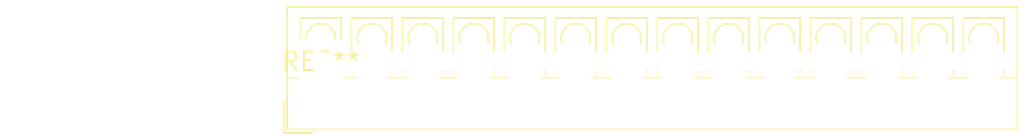
<source format=kicad_pcb>
(kicad_pcb (version 20240108) (generator pcbnew)
  (layers (0 "F.Cu" signal) (31 "B.Cu" signal) (34 "B.Paste" user) (35 "F.Paste" user) (36 "B.SilkS" user "B.Silkscreen") (37 "F.SilkS" user "F.Silkscreen") (38 "B.Mask" user) (39 "F.Mask" user) (44 "Edge.Cuts" user))
  (net 0 "")
  (footprint "TerminalBlock_4Ucon_1x14_P3.50mm_Vertical" (layer "F.Cu") (at 0 0)
    (property "Reference" "REF**")
    (property "Value" "TerminalBlock_4Ucon_1x14_P3.50mm_Vertical")
    (fp_line (start -2.55 2.66) (end -2.55 4.9) (layer "F.SilkS") (stroke (width 0.12)))
    (fp_line (start -2.55 4.9) (end -0.55 4.9) (layer "F.SilkS") (stroke (width 0.12)))
    (fp_line (start -2.31 -3.76) (end -2.31 4.66) (layer "F.SilkS") (stroke (width 0.12)))
    (fp_line (start -2.31 -3.76) (end 47.81 -3.76) (layer "F.SilkS") (stroke (width 0.12)))
    (fp_line (start -2.31 1.101) (end -1.54 1.101) (layer "F.SilkS") (stroke (width 0.12)))
    (fp_line (start -2.31 4.66) (end 47.81 4.66) (layer "F.SilkS") (stroke (width 0.12)))
    (fp_line (start -1.4 -3) (end -1.4 -1.54) (layer "F.SilkS") (stroke (width 0.12)))
    (fp_line (start -1.4 -3) (end 1.4 -3) (layer "F.SilkS") (stroke (width 0.12)))
    (fp_line (start 1.4 -3) (end 1.4 -1.54) (layer "F.SilkS") (stroke (width 0.12)))
    (fp_line (start 1.54 1.101) (end 2.367 1.101) (layer "F.SilkS") (stroke (width 0.12)))
    (fp_line (start 2.1 -3) (end 2.1 -0.689) (layer "F.SilkS") (stroke (width 0.12)))
    (fp_line (start 2.1 -3) (end 4.9 -3) (layer "F.SilkS") (stroke (width 0.12)))
    (fp_line (start 2.1 0.689) (end 2.1 0.75) (layer "F.SilkS") (stroke (width 0.12)))
    (fp_line (start 2.1 0.75) (end 2.101 0.75) (layer "F.SilkS") (stroke (width 0.12)))
    (fp_line (start 4.634 1.101) (end 5.867 1.101) (layer "F.SilkS") (stroke (width 0.12)))
    (fp_line (start 4.9 -3) (end 4.9 -0.689) (layer "F.SilkS") (stroke (width 0.12)))
    (fp_line (start 4.9 0.689) (end 4.9 0.75) (layer "F.SilkS") (stroke (width 0.12)))
    (fp_line (start 4.9 0.75) (end 4.9 0.75) (layer "F.SilkS") (stroke (width 0.12)))
    (fp_line (start 5.6 -3) (end 5.6 -0.689) (layer "F.SilkS") (stroke (width 0.12)))
    (fp_line (start 5.6 -3) (end 8.4 -3) (layer "F.SilkS") (stroke (width 0.12)))
    (fp_line (start 5.6 0.689) (end 5.6 0.75) (layer "F.SilkS") (stroke (width 0.12)))
    (fp_line (start 5.6 0.75) (end 5.601 0.75) (layer "F.SilkS") (stroke (width 0.12)))
    (fp_line (start 8.134 1.101) (end 9.367 1.101) (layer "F.SilkS") (stroke (width 0.12)))
    (fp_line (start 8.4 -3) (end 8.4 -0.689) (layer "F.SilkS") (stroke (width 0.12)))
    (fp_line (start 8.4 0.689) (end 8.4 0.75) (layer "F.SilkS") (stroke (width 0.12)))
    (fp_line (start 8.4 0.75) (end 8.4 0.75) (layer "F.SilkS") (stroke (width 0.12)))
    (fp_line (start 9.1 -3) (end 9.1 -0.689) (layer "F.SilkS") (stroke (width 0.12)))
    (fp_line (start 9.1 -3) (end 11.9 -3) (layer "F.SilkS") (stroke (width 0.12)))
    (fp_line (start 9.1 0.689) (end 9.1 0.75) (layer "F.SilkS") (stroke (width 0.12)))
    (fp_line (start 9.1 0.75) (end 9.101 0.75) (layer "F.SilkS") (stroke (width 0.12)))
    (fp_line (start 11.634 1.101) (end 12.867 1.101) (layer "F.SilkS") (stroke (width 0.12)))
    (fp_line (start 11.9 -3) (end 11.9 -0.689) (layer "F.SilkS") (stroke (width 0.12)))
    (fp_line (start 11.9 0.689) (end 11.9 0.75) (layer "F.SilkS") (stroke (width 0.12)))
    (fp_line (start 11.9 0.75) (end 11.9 0.75) (layer "F.SilkS") (stroke (width 0.12)))
    (fp_line (start 12.6 -3) (end 12.6 -0.689) (layer "F.SilkS") (stroke (width 0.12)))
    (fp_line (start 12.6 -3) (end 15.4 -3) (layer "F.SilkS") (stroke (width 0.12)))
    (fp_line (start 12.6 0.689) (end 12.6 0.75) (layer "F.SilkS") (stroke (width 0.12)))
    (fp_line (start 12.6 0.75) (end 12.601 0.75) (layer "F.SilkS") (stroke (width 0.12)))
    (fp_line (start 15.134 1.101) (end 16.367 1.101) (layer "F.SilkS") (stroke (width 0.12)))
    (fp_line (start 15.4 -3) (end 15.4 -0.689) (layer "F.SilkS") (stroke (width 0.12)))
    (fp_line (start 15.4 0.689) (end 15.4 0.75) (layer "F.SilkS") (stroke (width 0.12)))
    (fp_line (start 15.4 0.75) (end 15.4 0.75) (layer "F.SilkS") (stroke (width 0.12)))
    (fp_line (start 16.101 -3) (end 16.101 -0.689) (layer "F.SilkS") (stroke (width 0.12)))
    (fp_line (start 16.101 -3) (end 18.9 -3) (layer "F.SilkS") (stroke (width 0.12)))
    (fp_line (start 16.101 0.689) (end 16.101 0.75) (layer "F.SilkS") (stroke (width 0.12)))
    (fp_line (start 16.101 0.75) (end 16.101 0.75) (layer "F.SilkS") (stroke (width 0.12)))
    (fp_line (start 18.634 1.101) (end 19.867 1.101) (layer "F.SilkS") (stroke (width 0.12)))
    (fp_line (start 18.9 -3) (end 18.9 -0.689) (layer "F.SilkS") (stroke (width 0.12)))
    (fp_line (start 18.9 0.689) (end 18.9 0.75) (layer "F.SilkS") (stroke (width 0.12)))
    (fp_line (start 18.9 0.75) (end 18.9 0.75) (layer "F.SilkS") (stroke (width 0.12)))
    (fp_line (start 19.6 -3) (end 19.6 -0.689) (layer "F.SilkS") (stroke (width 0.12)))
    (fp_line (start 19.6 -3) (end 22.4 -3) (layer "F.SilkS") (stroke (width 0.12)))
    (fp_line (start 19.6 0.689) (end 19.6 0.75) (layer "F.SilkS") (stroke (width 0.12)))
    (fp_line (start 19.6 0.75) (end 19.601 0.75) (layer "F.SilkS") (stroke (width 0.12)))
    (fp_line (start 22.134 1.101) (end 23.367 1.101) (layer "F.SilkS") (stroke (width 0.12)))
    (fp_line (start 22.4 -3) (end 22.4 -0.689) (layer "F.SilkS") (stroke (width 0.12)))
    (fp_line (start 22.4 0.689) (end 22.4 0.75) (layer "F.SilkS") (stroke (width 0.12)))
    (fp_line (start 22.4 0.75) (end 22.4 0.75) (layer "F.SilkS") (stroke (width 0.12)))
    (fp_line (start 23.1 -3) (end 23.1 -0.689) (layer "F.SilkS") (stroke (width 0.12)))
    (fp_line (start 23.1 -3) (end 25.9 -3) (layer "F.SilkS") (stroke (width 0.12)))
    (fp_line (start 23.1 0.689) (end 23.1 0.75) (layer "F.SilkS") (stroke (width 0.12)))
    (fp_line (start 23.1 0.75) (end 23.101 0.75) (layer "F.SilkS") (stroke (width 0.12)))
    (fp_line (start 25.634 1.101) (end 26.867 1.101) (layer "F.SilkS") (stroke (width 0.12)))
    (fp_line (start 25.9 -3) (end 25.9 -0.689) (layer "F.SilkS") (stroke (width 0.12)))
    (fp_line (start 25.9 0.689) (end 25.9 0.75) (layer "F.SilkS") (stroke (width 0.12)))
    (fp_line (start 25.9 0.75) (end 25.9 0.75) (layer "F.SilkS") (stroke (width 0.12)))
    (fp_line (start 26.6 -3) (end 26.6 -0.689) (layer "F.SilkS") (stroke (width 0.12)))
    (fp_line (start 26.6 -3) (end 29.4 -3) (layer "F.SilkS") (stroke (width 0.12)))
    (fp_line (start 26.6 0.689) (end 26.6 0.75) (layer "F.SilkS") (stroke (width 0.12)))
    (fp_line (start 26.6 0.75) (end 26.601 0.75) (layer "F.SilkS") (stroke (width 0.12)))
    (fp_line (start 29.134 1.101) (end 30.367 1.101) (layer "F.SilkS") (stroke (width 0.12)))
    (fp_line (start 29.4 -3) (end 29.4 -0.689) (layer "F.SilkS") (stroke (width 0.12)))
    (fp_line (start 29.4 0.689) (end 29.4 0.75) (layer "F.SilkS") (stroke (width 0.12)))
    (fp_line (start 29.4 0.75) (end 29.4 0.75) (layer "F.SilkS") (stroke (width 0.12)))
    (fp_line (start 30.1 -3) (end 30.1 -0.689) (layer "F.SilkS") (stroke (width 0.12)))
    (fp_line (start 30.1 -3) (end 32.9 -3) (layer "F.SilkS") (stroke (width 0.12)))
    (fp_line (start 30.1 0.689) (end 30.1 0.75) (layer "F.SilkS") (stroke (width 0.12)))
    (fp_line (start 30.1 0.75) (end 30.101 0.75) (layer "F.SilkS") (stroke (width 0.12)))
    (fp_line (start 32.634 1.101) (end 33.867 1.101) (layer "F.SilkS") (stroke (width 0.12)))
    (fp_line (start 32.9 -3) (end 32.9 -0.689) (layer "F.SilkS") (stroke (width 0.12)))
    (fp_line (start 32.9 0.689) (end 32.9 0.75) (layer "F.SilkS") (stroke (width 0.12)))
    (fp_line (start 32.9 0.75) (end 32.9 0.75) (layer "F.SilkS") (stroke (width 0.12)))
    (fp_line (start 33.6 -3) (end 33.6 -0.689) (layer "F.SilkS") (stroke (width 0.12)))
    (fp_line (start 33.6 -3) (end 36.4 -3) (layer "F.SilkS") (stroke (width 0.12)))
    (fp_line (start 33.6 0.689) (end 33.6 0.75) (layer "F.SilkS") (stroke (width 0.12)))
    (fp_line (start 33.6 0.75) (end 33.601 0.75) (layer "F.SilkS") (stroke (width 0.12)))
    (fp_line (start 36.134 1.101) (end 37.367 1.101) (layer "F.SilkS") (stroke (width 0.12)))
    (fp_line (start 36.4 -3) (end 36.4 -0.689) (layer "F.SilkS") (stroke (width 0.12)))
    (fp_line (start 36.4 0.689) (end 36.4 0.75) (layer "F.SilkS") (stroke (width 0.12)))
    (fp_line (start 36.4 0.75) (end 36.4 0.75) (layer "F.SilkS") (stroke (width 0.12)))
    (fp_line (start 37.1 -3) (end 37.1 -0.689) (layer "F.SilkS") (stroke (width 0.12)))
    (fp_line (start 37.1 -3) (end 39.9 -3) (layer "F.SilkS") (stroke (width 0.12)))
    (fp_line (start 37.1 0.689) (end 37.1 0.75) (layer "F.SilkS") (stroke (width 0.12)))
    (fp_line (start 37.1 0.75) (end 37.101 0.75) (layer "F.SilkS") (stroke (width 0.12)))
    (fp_line (start 39.634 1.101) (end 40.867 1.101) (layer "F.SilkS") (stroke (width 0.12)))
    (fp_line (start 39.9 -3) (end 39.9 -0.689) (layer "F.SilkS") (stroke (width 0.12)))
    (fp_line (start 39.9 0.689) (end 39.9 0.75) (layer "F.SilkS") (stroke (width 0.12)))
    (fp_line (start 39.9 0.75) (end 39.9 0.75) (layer "F.SilkS") (stroke (width 0.12)))
    (fp_line (start 40.6 -3) (end 40.6 -0.689) (layer "F.SilkS") (stroke (width 0.12)))
    (fp_line (start 40.6 -3) (end 43.4 -3) (layer "F.SilkS") (stroke (width 0.12)))
    (fp_line (start 40.6 0.689) (end 40.6 0.75) (layer "F.SilkS") (stroke (width 0.12)))
    (fp_line (start 40.6 0.75) (end 40.601 0.75) (layer "F.SilkS") (stroke (width 0.12)))
    (fp_line (start 43.134 1.101) (end 44.367 1.101) (layer "F.SilkS") (stroke (width 0.12)))
    (fp_line (start 43.4 -3) (end 43.4 -0.689) (layer "F.SilkS") (stroke (width 0.12)))
    (fp_line (start 43.4 0.689) (end 43.4 0.75) (layer "F.SilkS") (stroke (width 0.12)))
    (fp_line (start 43.4 0.75) (end 43.4 0.75) (layer "F.SilkS") (stroke (width 0.12)))
    (fp_line (start 44.1 -3) (end 44.1 -0.689) (layer "F.SilkS") (stroke (width 0.12)))
    (fp_line (start 44.1 -3) (end 46.9 -3) (layer "F.SilkS") (stroke (width 0.12)))
    (fp_line (start 44.1 0.689) (end 44.1 0.75) (layer "F.SilkS") (stroke (width 0.12)))
    (fp_line (start 44.1 0.75) (end 44.101 0.75) (layer "F.SilkS") (stroke (width 0.12)))
    (fp_line (start 46.634 1.101) (end 47.81 1.101) (layer "F.SilkS") (stroke (width 0.12)))
    (fp_line (start 46.9 -3) (end 46.9 -0.689) (layer "F.SilkS") (stroke (width 0.12)))
    (fp_line (start 46.9 0.689) (end 46.9 0.75) (layer "F.SilkS") (stroke (width 0.12)))
    (fp_line (start 46.9 0.75) (end 46.9 0.75) (layer "F.SilkS") (stroke (width 0.12)))
    (fp_line (start 47.81 -3.76) (end 47.81 4.66) (layer "F.SilkS") (stroke (width 0.12)))
    (fp_arc (start -0.99789 -1.529434) (mid -0.000785 -2.600382) (end 0.998 -1.531) (layer "F.SilkS") (stroke (width 0.12)))
    (fp_arc (start 2.560085 -1.257767) (mid 3.499876 -2.600282) (end 4.44 -1.258) (layer "F.SilkS") (stroke (width 0.12)))
    (fp_arc (start 6.060085 -1.257767) (mid 6.999876 -2.600282) (end 7.94 -1.258) (layer "F.SilkS") (stroke (width 0.12)))
    (fp_arc (start 9.560085 -1.257767) (mid 10.499876 -2.600282) (end 11.44 -1.258) (layer "F.SilkS") (stroke (width 0.12)))
    (fp_arc (start 13.060085 -1.257767) (mid 13.999876 -2.600282) (end 14.94 -1.258) (layer "F.SilkS") (stroke (width 0.12)))
    (fp_arc (start 16.560085 -1.257767) (mid 17.499876 -2.600282) (end 18.44 -1.258) (layer "F.SilkS") (stroke (width 0.12)))
    (fp_arc (start 20.060085 -1.257767) (mid 20.999876 -2.600282) (end 21.94 -1.258) (layer "F.SilkS") (stroke (width 0.12)))
    (fp_arc (start 23.560085 -1.257767) (mid 24.499876 -2.600282) (end 25.44 -1.258) (layer "F.SilkS") (stroke (width 0.12)))
    (fp_arc (start 27.060085 -1.257767) (mid 27.999876 -2.600282) (end 28.94 -1.258) (layer "F.SilkS") (stroke (width 0.12)))
    (fp_arc (start 30.560085 -1.257767) (mid 31.499876 -2.600282) (end 32.44 -1.258) (layer "F.SilkS") (stroke (width 0.12)))
    (fp_arc (start 34.060085 -1.257767) (mid 34.999876 -2.600282) (end 35.94 -1.258) (layer "F.SilkS") (stroke (width 0.12)))
    (fp_arc (start 37.560085 -1.257767) (mid 38.499876 -2.600282) (end 39.44 -1.258) (layer "F.SilkS") (stroke (width 0.12)))
    (fp_arc (start 41.060085 -1.257767) (mid 41.999876 -2.600282) (end 42.94 -1.258) (layer "F.SilkS") (stroke (width 0.12)))
    (fp_arc (start 44.560085 -1.257767) (mid 45.499876 -2.600282) (end 46.44 -1.258) (layer "F.SilkS") (stroke (width 0.12)))
    (pad "1" thru_hole rect (at 0 0) (size 2.6 2.6) (drill 1.3) (layers *.Cu *.Mask) (remove_unused_layers))
    (pad "2" thru_hole circle (at 3.5 0) (size 2.6 2.6) (drill 1.3) (layers *.Cu *.Mask) (remove_unused_layers))
    (pad "3" thru_hole circle (at 7 0) (size 2.6 2.6) (drill 1.3) (layers *.Cu *.Mask) (remove_unused_layers))
    (pad "4" thru_hole circle (at 10.5 0) (size 2.6 2.6) (drill 1.3) (layers *.Cu *.Mask) (remove_unused_layers))
    (pad "5" thru_hole circle (at 14 0) (size 2.6 2.6) (drill 1.3) (layers *.Cu *.Mask) (remove_unused_layers))
    (pad "6" thru_hole circle (at 17.5 0) (size 2.6 2.6) (drill 1.3) (layers *.Cu *.Mask) (remove_unused_layers))
    (pad "7" thru_hole circle (at 21 0) (size 2.6 2.6) (drill 1.3) (layers *.Cu *.Mask) (remove_unused_layers))
    (pad "8" thru_hole circle (at 24.5 0) (size 2.6 2.6) (drill 1.3) (layers *.Cu *.Mask) (remove_unused_layers))
    (pad "9" thru_hole circle (at 28 0) (size 2.6 2.6) (drill 1.3) (layers *.Cu *.Mask) (remove_unused_layers))
    (pad "10" thru_hole circle (at 31.5 0) (size 2.6 2.6) (drill 1.3) (layers *.Cu *.Mask) (remove_unused_layers))
    (pad "11" thru_hole circle (at 35 0) (size 2.6 2.6) (drill 1.3) (layers *.Cu *.Mask) (remove_unused_layers))
    (pad "12" thru_hole circle (at 38.5 0) (size 2.6 2.6) (drill 1.3) (layers *.Cu *.Mask) (remove_unused_layers))
    (pad "13" thru_hole circle (at 42 0) (size 2.6 2.6) (drill 1.3) (layers *.Cu *.Mask) (remove_unused_layers))
    (pad "14" thru_hole circle (at 45.5 0) (size 2.6 2.6) (drill 1.3) (layers *.Cu *.Mask) (remove_unused_layers))
  )
)
</source>
